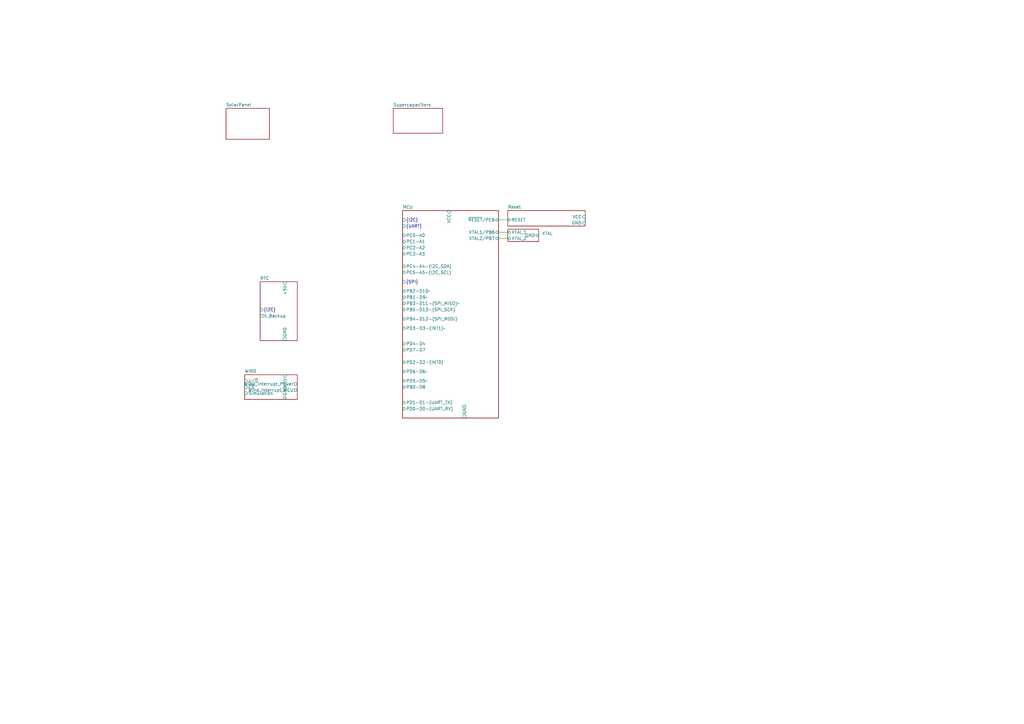
<source format=kicad_sch>
(kicad_sch
	(version 20231120)
	(generator "eeschema")
	(generator_version "8.0")
	(uuid "4bc9f80e-0a24-4618-ba5d-3a118070c43e")
	(paper "A3")
	(lib_symbols)
	(wire
		(pts
			(xy 204.47 95.25) (xy 208.28 95.25)
		)
		(stroke
			(width 0)
			(type default)
		)
		(uuid "37e8f825-6a4c-42d1-ac92-45925727149d")
	)
	(wire
		(pts
			(xy 204.47 97.79) (xy 208.28 97.79)
		)
		(stroke
			(width 0)
			(type default)
		)
		(uuid "3a5da3f3-6b92-4dc2-81a2-0c18caf7a786")
	)
	(wire
		(pts
			(xy 204.47 90.17) (xy 208.28 90.17)
		)
		(stroke
			(width 0)
			(type default)
		)
		(uuid "e3e260e6-e765-4172-8f26-afa8649de39f")
	)
	(sheet
		(at 161.29 44.45)
		(size 20.32 10.16)
		(fields_autoplaced yes)
		(stroke
			(width 0.1524)
			(type solid)
		)
		(fill
			(color 0 0 0 0.0000)
		)
		(uuid "227f63a5-2f15-4037-8fc8-26de9d1f16ea")
		(property "Sheetname" "Supercapacitors"
			(at 161.29 43.7384 0)
			(effects
				(font
					(size 1.27 1.27)
				)
				(justify left bottom)
			)
		)
		(property "Sheetfile" "Modules/Supercapacitors.kicad_sch"
			(at 161.29 55.1946 0)
			(effects
				(font
					(size 1.27 1.27)
				)
				(justify left top)
				(hide yes)
			)
		)
		(instances
			(project "Weather"
				(path "/4bc9f80e-0a24-4618-ba5d-3a118070c43e"
					(page "8")
				)
			)
		)
	)
	(sheet
		(at 100.33 153.67)
		(size 21.59 10.16)
		(fields_autoplaced yes)
		(stroke
			(width 0.1524)
			(type solid)
		)
		(fill
			(color 0 0 0 0.0000)
		)
		(uuid "23ebc8b9-bb7e-4012-98fb-2b9a2dbefd7e")
		(property "Sheetname" "WIND"
			(at 100.33 152.9584 0)
			(effects
				(font
					(size 1.27 1.27)
				)
				(justify left bottom)
			)
		)
		(property "Sheetfile" "Modules/WIND.kicad_sch"
			(at 100.33 164.4146 0)
			(effects
				(font
					(size 1.27 1.27)
				)
				(justify left top)
				(hide yes)
			)
		)
		(pin "+5V" input
			(at 116.84 153.67 90)
			(effects
				(font
					(size 1.27 1.27)
				)
				(justify right)
			)
			(uuid "00acd4e8-466f-4421-8c68-5e10f0d5265d")
		)
		(pin "U{slash}~{D}" input
			(at 100.33 156.21 180)
			(effects
				(font
					(size 1.27 1.27)
				)
				(justify left)
			)
			(uuid "0821f2aa-6fdf-4f59-bc36-56d23d692784")
		)
		(pin "~{CS}" input
			(at 100.33 158.75 180)
			(effects
				(font
					(size 1.27 1.27)
				)
				(justify left)
			)
			(uuid "24c5ec45-239e-4e97-8f78-a9f171856358")
		)
		(pin "Simulation" input
			(at 100.33 161.29 180)
			(effects
				(font
					(size 1.27 1.27)
				)
				(justify left)
			)
			(uuid "a35810fa-16f3-4c16-8bd9-d4f5395791db")
		)
		(pin "GND" bidirectional
			(at 116.84 163.83 270)
			(effects
				(font
					(size 1.27 1.27)
				)
				(justify left)
			)
			(uuid "7559c43b-28ec-42ee-9792-9f9f1ebace73")
		)
		(pin "Wind_interrupt_Power" output
			(at 121.92 157.48 0)
			(effects
				(font
					(size 1.27 1.27)
				)
				(justify right)
			)
			(uuid "48b0d0ff-7fec-4207-9b27-3df90cd9d30c")
		)
		(pin "Wind_interrupt_MCU" output
			(at 121.92 160.02 0)
			(effects
				(font
					(size 1.27 1.27)
				)
				(justify right)
			)
			(uuid "25c5bb8f-48f3-4965-8fae-e0204a1d8580")
		)
		(instances
			(project "Weather"
				(path "/4bc9f80e-0a24-4618-ba5d-3a118070c43e"
					(page "3")
				)
			)
		)
	)
	(sheet
		(at 208.28 93.98)
		(size 12.7 5.08)
		(stroke
			(width 0.1524)
			(type solid)
		)
		(fill
			(color 0 0 0 0.0000)
		)
		(uuid "3fdb808c-b7d6-448b-be26-584f8a24ea4a")
		(property "Sheetname" "XTAL"
			(at 222.25 96.52 0)
			(effects
				(font
					(size 1.27 1.27)
				)
				(justify left bottom)
			)
		)
		(property "Sheetfile" "Modules/Xtal.kicad_sch"
			(at 208.28 99.6446 0)
			(effects
				(font
					(size 1.27 1.27)
				)
				(justify left top)
				(hide yes)
			)
		)
		(pin "GND" bidirectional
			(at 220.98 96.52 0)
			(effects
				(font
					(size 1.27 1.27)
				)
				(justify right)
			)
			(uuid "0db58a3e-ab40-4d96-bc65-396a871beaa6")
		)
		(pin "XTAl_1" bidirectional
			(at 208.28 95.25 180)
			(effects
				(font
					(size 1.27 1.27)
				)
				(justify left)
			)
			(uuid "db89b2c2-d92d-42f2-bc37-378d86d069cf")
		)
		(pin "XTAl_2" bidirectional
			(at 208.28 97.79 180)
			(effects
				(font
					(size 1.27 1.27)
				)
				(justify left)
			)
			(uuid "8af4c051-b6b2-4759-9a0d-5d044f77f19e")
		)
		(instances
			(project "Weather"
				(path "/4bc9f80e-0a24-4618-ba5d-3a118070c43e"
					(page "5")
				)
			)
		)
	)
	(sheet
		(at 165.1 86.36)
		(size 39.37 85.09)
		(fields_autoplaced yes)
		(stroke
			(width 0.1524)
			(type solid)
		)
		(fill
			(color 0 0 0 0.0000)
		)
		(uuid "6df9e135-6b30-40c1-b1f1-f69b9f79101d")
		(property "Sheetname" "MCU"
			(at 165.1 85.6484 0)
			(effects
				(font
					(size 1.27 1.27)
				)
				(justify left bottom)
			)
		)
		(property "Sheetfile" "Modules/MCU.kicad_sch"
			(at 165.1 172.0346 0)
			(effects
				(font
					(size 1.27 1.27)
				)
				(justify left top)
				(hide yes)
			)
		)
		(pin "XTAL1/PB6" bidirectional
			(at 204.47 95.25 0)
			(effects
				(font
					(size 1.27 1.27)
				)
				(justify right)
			)
			(uuid "a937a771-ccac-4fe7-9f2c-13ed007aefb2")
		)
		(pin "PC0-A0" bidirectional
			(at 165.1 96.52 180)
			(effects
				(font
					(size 1.27 1.27)
				)
				(justify left)
			)
			(uuid "f42ec9df-23eb-4cbe-ab31-9df827f77ab6")
		)
		(pin "{UART}" input
			(at 165.1 92.71 180)
			(effects
				(font
					(size 1.27 1.27)
				)
				(justify left)
			)
			(uuid "0abbc258-9ae0-48a2-b5ac-101857535a38")
		)
		(pin "XTAL2/PB7" bidirectional
			(at 204.47 97.79 0)
			(effects
				(font
					(size 1.27 1.27)
				)
				(justify right)
			)
			(uuid "4847d94c-5b9c-4e44-9df2-93cca284e5fc")
		)
		(pin "{I2C}" input
			(at 165.1 90.17 180)
			(effects
				(font
					(size 1.27 1.27)
				)
				(justify left)
			)
			(uuid "de437e45-efc1-4307-91f5-d9764d2e5168")
		)
		(pin "PC1-A1" bidirectional
			(at 165.1 99.06 180)
			(effects
				(font
					(size 1.27 1.27)
				)
				(justify left)
			)
			(uuid "1ff86f5a-5290-4051-a1eb-83e0d8245e14")
		)
		(pin "PC2-A2" bidirectional
			(at 165.1 101.6 180)
			(effects
				(font
					(size 1.27 1.27)
				)
				(justify left)
			)
			(uuid "0018772e-d6a7-4a67-ab56-7d7f0de743ed")
		)
		(pin "PC3-A3" bidirectional
			(at 165.1 104.14 180)
			(effects
				(font
					(size 1.27 1.27)
				)
				(justify left)
			)
			(uuid "58e56e3b-bc9e-4db6-ba87-97e74ca0f338")
		)
		(pin "PC4-A4-(I2C_SDA)" bidirectional
			(at 165.1 109.22 180)
			(effects
				(font
					(size 1.27 1.27)
				)
				(justify left)
			)
			(uuid "509928ce-fe15-4552-a95c-ce3b0c9c9f06")
		)
		(pin "PD0-D0-(UART_RX)" bidirectional
			(at 165.1 167.64 180)
			(effects
				(font
					(size 1.27 1.27)
				)
				(justify left)
			)
			(uuid "8483e6bd-50c5-4ce5-80ce-9b4283c6cc0a")
		)
		(pin "PC5-A5-(I2C_SCL)" bidirectional
			(at 165.1 111.76 180)
			(effects
				(font
					(size 1.27 1.27)
				)
				(justify left)
			)
			(uuid "07242dea-c35b-4d6b-acd1-c784f6a349ef")
		)
		(pin "PD1-D1-(UART_TX)" bidirectional
			(at 165.1 165.1 180)
			(effects
				(font
					(size 1.27 1.27)
				)
				(justify left)
			)
			(uuid "781ed622-d7fe-4ade-bbbc-18be1c45b256")
		)
		(pin "~{RESET}/PC6" bidirectional
			(at 204.47 90.17 0)
			(effects
				(font
					(size 1.27 1.27)
				)
				(justify right)
			)
			(uuid "9d52b85b-003a-4175-b5ba-dd8c97b7c642")
		)
		(pin "PB0-D8" bidirectional
			(at 165.1 158.75 180)
			(effects
				(font
					(size 1.27 1.27)
				)
				(justify left)
			)
			(uuid "bc48f4a4-af0d-4314-b44b-d7848980ad24")
		)
		(pin "PD5-D5~" bidirectional
			(at 165.1 156.21 180)
			(effects
				(font
					(size 1.27 1.27)
				)
				(justify left)
			)
			(uuid "f7f552da-e12c-4c24-959f-6ba4d824aeee")
		)
		(pin "PD6-D6~" bidirectional
			(at 165.1 152.4 180)
			(effects
				(font
					(size 1.27 1.27)
				)
				(justify left)
			)
			(uuid "4ba44529-812a-40fc-8b31-b29b552a3c73")
		)
		(pin "PD2-D2-(INT0)" bidirectional
			(at 165.1 148.59 180)
			(effects
				(font
					(size 1.27 1.27)
				)
				(justify left)
			)
			(uuid "8c28430c-3b35-460d-a5ed-55483569dc76")
		)
		(pin "PD7-D7" bidirectional
			(at 165.1 143.51 180)
			(effects
				(font
					(size 1.27 1.27)
				)
				(justify left)
			)
			(uuid "352f310d-9074-4643-9edd-8438c0f4da08")
		)
		(pin "PD4-D4" bidirectional
			(at 165.1 140.97 180)
			(effects
				(font
					(size 1.27 1.27)
				)
				(justify left)
			)
			(uuid "6aed25e3-f6e2-4f7e-b91a-a5f404ef7850")
		)
		(pin "PD3-D3-(INT1)~" bidirectional
			(at 165.1 134.62 180)
			(effects
				(font
					(size 1.27 1.27)
				)
				(justify left)
			)
			(uuid "cd0b4f6a-9d58-4539-90a5-9a363108b5a4")
		)
		(pin "PB4-D12-(SPI_MOSI)" bidirectional
			(at 165.1 130.81 180)
			(effects
				(font
					(size 1.27 1.27)
				)
				(justify left)
			)
			(uuid "e9940b90-fa50-4302-8755-f2215666d679")
		)
		(pin "PB5-D13-(SPI_SCK)" bidirectional
			(at 165.1 127 180)
			(effects
				(font
					(size 1.27 1.27)
				)
				(justify left)
			)
			(uuid "c920a01b-4cae-4ad3-a182-e756fea1cd49")
		)
		(pin "PB3-D11-(SPI_MISO)~" bidirectional
			(at 165.1 124.46 180)
			(effects
				(font
					(size 1.27 1.27)
				)
				(justify left)
			)
			(uuid "31456e29-5939-4ee2-8ce5-4cd02f4d813f")
		)
		(pin "PB1-D9~" bidirectional
			(at 165.1 121.92 180)
			(effects
				(font
					(size 1.27 1.27)
				)
				(justify left)
			)
			(uuid "0ebde06f-b809-4ffb-a516-d11a704b0f16")
		)
		(pin "PB2-D10~" bidirectional
			(at 165.1 119.38 180)
			(effects
				(font
					(size 1.27 1.27)
				)
				(justify left)
			)
			(uuid "14baea79-d234-4ffc-b6c1-bf6d7e55904f")
		)
		(pin "{SPI}" input
			(at 165.1 115.57 180)
			(effects
				(font
					(size 1.27 1.27)
				)
				(justify left)
			)
			(uuid "43e5cc1b-f8e0-4064-aa2b-06c072c14c79")
		)
		(pin "VCC" input
			(at 184.15 86.36 90)
			(effects
				(font
					(size 1.27 1.27)
				)
				(justify right)
			)
			(uuid "6ce36059-4c4a-4869-896a-9b9174e989a0")
		)
		(pin "GND" passive
			(at 190.5 171.45 270)
			(effects
				(font
					(size 1.27 1.27)
				)
				(justify left)
			)
			(uuid "dd9fcde3-bc4d-4415-bbab-b8f726c79002")
		)
		(instances
			(project "Weather"
				(path "/4bc9f80e-0a24-4618-ba5d-3a118070c43e"
					(page "2")
				)
			)
		)
	)
	(sheet
		(at 92.71 44.45)
		(size 17.78 12.7)
		(fields_autoplaced yes)
		(stroke
			(width 0.1524)
			(type solid)
		)
		(fill
			(color 0 0 0 0.0000)
		)
		(uuid "a220d8ba-131f-4fb3-8c1c-f0679e6cb087")
		(property "Sheetname" "SolarPanel"
			(at 92.71 43.7384 0)
			(effects
				(font
					(size 1.27 1.27)
				)
				(justify left bottom)
			)
		)
		(property "Sheetfile" "Modules/Solarpanel.kicad_sch"
			(at 92.71 57.7346 0)
			(effects
				(font
					(size 1.27 1.27)
				)
				(justify left top)
				(hide yes)
			)
		)
		(instances
			(project "Weather"
				(path "/4bc9f80e-0a24-4618-ba5d-3a118070c43e"
					(page "7")
				)
			)
		)
	)
	(sheet
		(at 106.68 115.57)
		(size 15.24 24.13)
		(fields_autoplaced yes)
		(stroke
			(width 0.1524)
			(type solid)
		)
		(fill
			(color 0 0 0 0.0000)
		)
		(uuid "a5da99d9-516b-4840-bbd1-fedad36cbbbf")
		(property "Sheetname" "RTC"
			(at 106.68 114.8584 0)
			(effects
				(font
					(size 1.27 1.27)
				)
				(justify left bottom)
			)
		)
		(property "Sheetfile" "Modules/RTC.kicad_sch"
			(at 106.68 140.2846 0)
			(effects
				(font
					(size 1.27 1.27)
				)
				(justify left top)
				(hide yes)
			)
		)
		(pin "+5V" input
			(at 116.84 115.57 90)
			(effects
				(font
					(size 1.27 1.27)
				)
				(justify right)
			)
			(uuid "4f56b891-aee8-4dc2-b8e1-6fc90988daec")
		)
		(pin "GND" passive
			(at 116.84 139.7 270)
			(effects
				(font
					(size 1.27 1.27)
				)
				(justify left)
			)
			(uuid "97d02141-81d0-474b-8b3d-96d772dec28f")
		)
		(pin "{I2C}" input
			(at 106.68 127 180)
			(effects
				(font
					(size 1.27 1.27)
				)
				(justify left)
			)
			(uuid "93d1e24f-8400-4914-b181-8bfd940d3ddf")
		)
		(pin "V_Backup" output
			(at 106.68 129.54 180)
			(effects
				(font
					(size 1.27 1.27)
				)
				(justify left)
			)
			(uuid "e7892825-482c-4a11-ad4f-6692d9fdfa91")
		)
		(instances
			(project "Weather"
				(path "/4bc9f80e-0a24-4618-ba5d-3a118070c43e"
					(page "4")
				)
			)
		)
	)
	(sheet
		(at 208.28 86.36)
		(size 31.75 6.35)
		(fields_autoplaced yes)
		(stroke
			(width 0.1524)
			(type solid)
		)
		(fill
			(color 0 0 0 0.0000)
		)
		(uuid "cfc6b73e-917c-413b-93d1-f646a07cd8e3")
		(property "Sheetname" "Reset"
			(at 208.28 85.6484 0)
			(effects
				(font
					(size 1.27 1.27)
				)
				(justify left bottom)
			)
		)
		(property "Sheetfile" "Modules/Reset.kicad_sch"
			(at 208.28 93.2946 0)
			(effects
				(font
					(size 1.27 1.27)
				)
				(justify left top)
				(hide yes)
			)
		)
		(pin "GND" input
			(at 240.03 91.44 0)
			(effects
				(font
					(size 1.27 1.27)
				)
				(justify right)
			)
			(uuid "3fe68ba3-1e3e-405b-847b-fd2a4d8a7af2")
		)
		(pin "RESET" bidirectional
			(at 208.28 90.17 180)
			(effects
				(font
					(size 1.27 1.27)
				)
				(justify left)
			)
			(uuid "893f6bb4-2d2b-443d-92f9-00ed758095de")
		)
		(pin "VCC" input
			(at 240.03 88.9 0)
			(effects
				(font
					(size 1.27 1.27)
				)
				(justify right)
			)
			(uuid "356a435c-2061-43e4-8fd5-7487f8accbde")
		)
		(instances
			(project "Weather"
				(path "/4bc9f80e-0a24-4618-ba5d-3a118070c43e"
					(page "6")
				)
			)
		)
	)
	(sheet_instances
		(path "/"
			(page "1")
		)
	)
)
</source>
